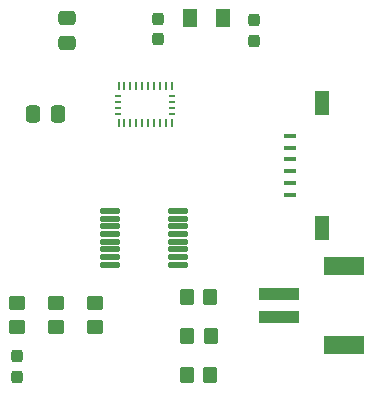
<source format=gtp>
%TF.GenerationSoftware,KiCad,Pcbnew,8.0.0*%
%TF.CreationDate,2024-03-04T00:48:55-06:00*%
%TF.ProjectId,InertialMeasurementUnitBoard,496e6572-7469-4616-9c4d-656173757265,rev?*%
%TF.SameCoordinates,Original*%
%TF.FileFunction,Paste,Top*%
%TF.FilePolarity,Positive*%
%FSLAX46Y46*%
G04 Gerber Fmt 4.6, Leading zero omitted, Abs format (unit mm)*
G04 Created by KiCad (PCBNEW 8.0.0) date 2024-03-04 00:48:55*
%MOMM*%
%LPD*%
G01*
G04 APERTURE LIST*
G04 Aperture macros list*
%AMRoundRect*
0 Rectangle with rounded corners*
0 $1 Rounding radius*
0 $2 $3 $4 $5 $6 $7 $8 $9 X,Y pos of 4 corners*
0 Add a 4 corners polygon primitive as box body*
4,1,4,$2,$3,$4,$5,$6,$7,$8,$9,$2,$3,0*
0 Add four circle primitives for the rounded corners*
1,1,$1+$1,$2,$3*
1,1,$1+$1,$4,$5*
1,1,$1+$1,$6,$7*
1,1,$1+$1,$8,$9*
0 Add four rect primitives between the rounded corners*
20,1,$1+$1,$2,$3,$4,$5,0*
20,1,$1+$1,$4,$5,$6,$7,0*
20,1,$1+$1,$6,$7,$8,$9,0*
20,1,$1+$1,$8,$9,$2,$3,0*%
G04 Aperture macros list end*
%ADD10R,1.168400X1.600200*%
%ADD11RoundRect,0.250000X0.450000X-0.350000X0.450000X0.350000X-0.450000X0.350000X-0.450000X-0.350000X0*%
%ADD12RoundRect,0.020500X-0.764500X-0.184500X0.764500X-0.184500X0.764500X0.184500X-0.764500X0.184500X0*%
%ADD13R,0.250000X0.675000*%
%ADD14R,0.575000X0.250000*%
%ADD15RoundRect,0.250000X-0.475000X0.337500X-0.475000X-0.337500X0.475000X-0.337500X0.475000X0.337500X0*%
%ADD16RoundRect,0.250000X0.350000X0.450000X-0.350000X0.450000X-0.350000X-0.450000X0.350000X-0.450000X0*%
%ADD17RoundRect,0.250000X-0.450000X0.350000X-0.450000X-0.350000X0.450000X-0.350000X0.450000X0.350000X0*%
%ADD18RoundRect,0.250000X0.337500X0.475000X-0.337500X0.475000X-0.337500X-0.475000X0.337500X-0.475000X0*%
%ADD19R,3.500000X1.000000*%
%ADD20R,3.400000X1.500000*%
%ADD21RoundRect,0.237500X0.237500X-0.287500X0.237500X0.287500X-0.237500X0.287500X-0.237500X-0.287500X0*%
%ADD22RoundRect,0.237500X-0.237500X0.300000X-0.237500X-0.300000X0.237500X-0.300000X0.237500X0.300000X0*%
%ADD23R,1.000000X0.400000*%
%ADD24R,1.300000X2.000000*%
G04 APERTURE END LIST*
D10*
%TO.C,X2*%
X119692500Y-80078500D03*
X122537300Y-80078500D03*
%TD*%
D11*
%TO.C,R4*%
X105087500Y-106208500D03*
X105087500Y-104208500D03*
%TD*%
D12*
%TO.C,U1*%
X112936500Y-96386500D03*
X112936500Y-97036500D03*
X112936500Y-97686500D03*
X112936500Y-98336500D03*
X112936500Y-98986500D03*
X112936500Y-99636500D03*
X112936500Y-100286500D03*
X112936500Y-100936500D03*
X118676500Y-100936500D03*
X118676500Y-100286500D03*
X118676500Y-99636500D03*
X118676500Y-98986500D03*
X118676500Y-98336500D03*
X118676500Y-97686500D03*
X118676500Y-97036500D03*
X118676500Y-96386500D03*
%TD*%
D13*
%TO.C,U2*%
X113668500Y-85843500D03*
D14*
X113606000Y-86656000D03*
X113606000Y-87156000D03*
X113606000Y-87656000D03*
X113606000Y-88156000D03*
D13*
X113668500Y-88968500D03*
X114168500Y-88968500D03*
X114668500Y-88968500D03*
X115168500Y-88968500D03*
X115668500Y-88968500D03*
X116168500Y-88968500D03*
X116668500Y-88968500D03*
X117168500Y-88968500D03*
X117668500Y-88968500D03*
X118168500Y-88968500D03*
D14*
X118231000Y-88156000D03*
X118231000Y-87656000D03*
X118231000Y-87156000D03*
X118231000Y-86656000D03*
D13*
X118168500Y-85843500D03*
X117668500Y-85843500D03*
X117168500Y-85843500D03*
X116668500Y-85843500D03*
X116168500Y-85843500D03*
X115668500Y-85843500D03*
X115168500Y-85843500D03*
X114668500Y-85843500D03*
X114168500Y-85843500D03*
%TD*%
D15*
%TO.C,C2*%
X109278500Y-80057000D03*
X109278500Y-82132000D03*
%TD*%
D16*
%TO.C,R5*%
X121470500Y-107002500D03*
X119470500Y-107002500D03*
%TD*%
D17*
%TO.C,R6*%
X108389500Y-104208500D03*
X108389500Y-106208500D03*
%TD*%
D18*
%TO.C,C3*%
X108538000Y-88206500D03*
X106463000Y-88206500D03*
%TD*%
D19*
%TO.C,J1*%
X127234000Y-105404000D03*
X127234000Y-103404000D03*
D20*
X132784000Y-107754000D03*
X132784000Y-101054000D03*
%TD*%
D21*
%TO.C,D1*%
X105087500Y-110401500D03*
X105087500Y-108651500D03*
%TD*%
D22*
%TO.C,C5*%
X125178900Y-80232000D03*
X125178900Y-81957000D03*
%TD*%
D16*
%TO.C,R3*%
X121454500Y-110304500D03*
X119454500Y-110304500D03*
%TD*%
D23*
%TO.C,J2*%
X128164500Y-95024500D03*
X128164500Y-94024500D03*
X128164500Y-93024499D03*
X128164500Y-92024501D03*
X128164500Y-91024500D03*
X128164500Y-90024500D03*
D24*
X130864499Y-97824495D03*
X130864499Y-87224505D03*
%TD*%
D16*
%TO.C,R2*%
X121454500Y-103700500D03*
X119454500Y-103700500D03*
%TD*%
D17*
%TO.C,R1*%
X111691500Y-104208500D03*
X111691500Y-106208500D03*
%TD*%
D22*
%TO.C,C4*%
X117050900Y-80131500D03*
X117050900Y-81856500D03*
%TD*%
M02*

</source>
